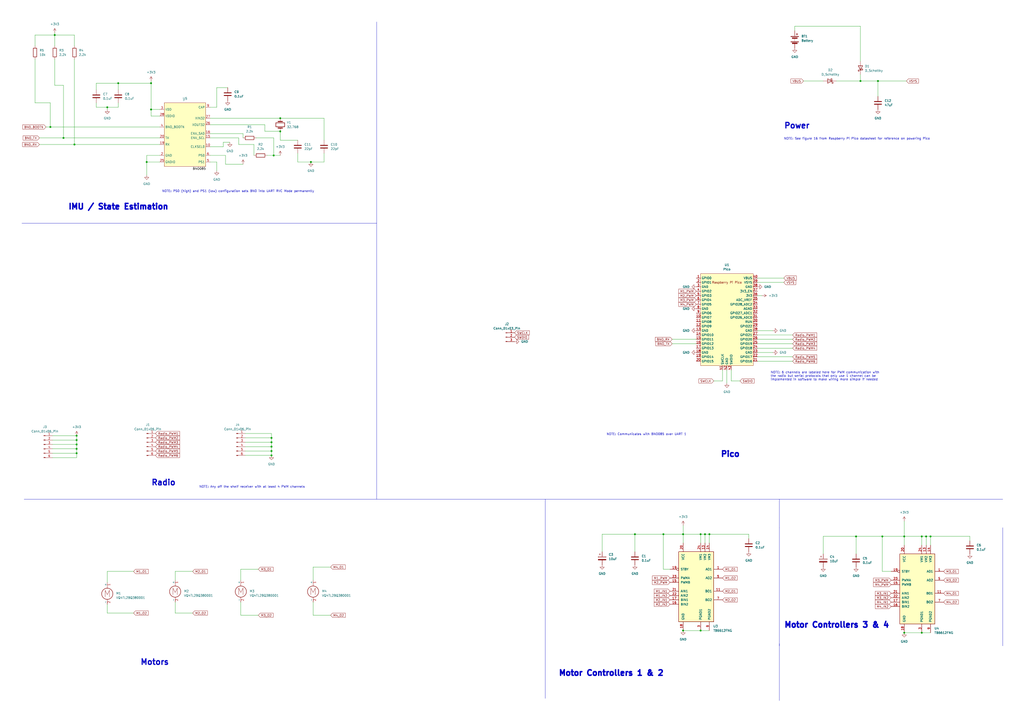
<source format=kicad_sch>
(kicad_sch (version 20231120) (generator "eeschema") (generator_version "8.0")
  (paper "User" 594.004 419.989)
  (lib_symbols
    (symbol "Bno085_1"
      (property "Reference" "U" (at 0 0 0))
      (symbol "Bno085_1_1_1"
        (rectangle (start -11.43 -1.27) (end 12.7 -38.1) (fill (type background)))
        (text "BNO085" (at 8.89 -39.37 0) (effects (font (size 1.27 1.27))))
        (pin output line (at 15.24 -26.67 180) (length 2.54) (name "CLKSEL0") (number "10"))
        (pin output line (at 15.24 -21.59 180) (length 2.54) (name "ENV_SCL") (number "15"))
        (pin output line (at 15.24 -19.05 180) (length 2.54) (name "ENV_SAD") (number "16"))
        (pin output line (at -13.97 -25.4 0) (length 2.54) (name "RX") (number "19"))
        (pin output line (at -13.97 -31.75 0) (length 2.54) (name "GND") (number "2"))
        (pin output line (at -13.97 -21.59 0) (length 2.54) (name "TX") (number "20"))
        (pin output line (at -13.97 -35.56 0) (length 2.54) (name "GNDIO") (number "25"))
        (pin output line (at 15.24 -13.97 180) (length 2.54) (name "XOUT32") (number "26"))
        (pin output line (at 15.24 -10.16 180) (length 2.54) (name "XIN32") (number "27"))
        (pin output line (at -13.97 -8.89 0) (length 2.54) (name "VDDIO") (number "28"))
        (pin output line (at -13.97 -5.08 0) (length 2.54) (name "VDD") (number "3"))
        (pin output line (at -13.97 -15.24 0) (length 2.54) (name "BNO_BOOTN") (number "4"))
        (pin output line (at 15.24 -35.56 180) (length 2.54) (name "PS1") (number "5"))
        (pin output line (at 15.24 -31.75 180) (length 2.54) (name "PS0") (number "6"))
        (pin output line (at 15.24 -3.81 180) (length 2.54) (name "CAP") (number "9"))
      )
    )
    (symbol "Connector:Conn_01x03_Pin" (pin_names (offset 1.016) hide)
      (property "Reference" "J" (at 0 5.08 0))
      (property "Value" "Conn_01x03_Pin" (at 0 -5.08 0))
      (symbol "Conn_01x03_Pin_1_1"
        (polyline (pts (xy 1.27 -2.54) (xy 0.8636 -2.54)) (stroke (width 0.1524)))
        (polyline (pts (xy 1.27 0) (xy 0.8636 0)) (stroke (width 0.1524)))
        (polyline (pts (xy 1.27 2.54) (xy 0.8636 2.54)) (stroke (width 0.1524)))
        (rectangle (start 0.8636 -2.413) (end 0 -2.667) (stroke (width 0.1524)) (fill (type outline)))
        (rectangle (start 0.8636 0.127) (end 0 -0.127) (stroke (width 0.1524)) (fill (type outline)))
        (rectangle (start 0.8636 2.667) (end 0 2.413) (stroke (width 0.1524)) (fill (type outline)))
        (pin passive line (at 5.08 2.54 180) (length 3.81) (name "Pin_1") (number "1"))
        (pin passive line (at 5.08 0 180) (length 3.81) (name "Pin_2") (number "2"))
        (pin passive line (at 5.08 -2.54 180) (length 3.81) (name "Pin_3") (number "3"))
      )
    )
    (symbol "Connector:Conn_01x06_Pin" (pin_names (offset 1.016) hide)
      (property "Reference" "J" (at 0 7.62 0))
      (property "Value" "Conn_01x06_Pin" (at 0 -10.16 0))
      (symbol "Conn_01x06_Pin_1_1"
        (polyline (pts (xy 1.27 -7.62) (xy 0.8636 -7.62)) (stroke (width 0.1524)))
        (polyline (pts (xy 1.27 -5.08) (xy 0.8636 -5.08)) (stroke (width 0.1524)))
        (polyline (pts (xy 1.27 -2.54) (xy 0.8636 -2.54)) (stroke (width 0.1524)))
        (polyline (pts (xy 1.27 0) (xy 0.8636 0)) (stroke (width 0.1524)))
        (polyline (pts (xy 1.27 2.54) (xy 0.8636 2.54)) (stroke (width 0.1524)))
        (polyline (pts (xy 1.27 5.08) (xy 0.8636 5.08)) (stroke (width 0.1524)))
        (rectangle (start 0.8636 -7.493) (end 0 -7.747) (stroke (width 0.1524)) (fill (type outline)))
        (rectangle (start 0.8636 -4.953) (end 0 -5.207) (stroke (width 0.1524)) (fill (type outline)))
        (rectangle (start 0.8636 -2.413) (end 0 -2.667) (stroke (width 0.1524)) (fill (type outline)))
        (rectangle (start 0.8636 0.127) (end 0 -0.127) (stroke (width 0.1524)) (fill (type outline)))
        (rectangle (start 0.8636 2.667) (end 0 2.413) (stroke (width 0.1524)) (fill (type outline)))
        (rectangle (start 0.8636 5.207) (end 0 4.953) (stroke (width 0.1524)) (fill (type outline)))
        (pin passive line (at 5.08 5.08 180) (length 3.81) (name "Pin_1") (number "1"))
        (pin passive line (at 5.08 2.54 180) (length 3.81) (name "Pin_2") (number "2"))
        (pin passive line (at 5.08 0 180) (length 3.81) (name "Pin_3") (number "3"))
        (pin passive line (at 5.08 -2.54 180) (length 3.81) (name "Pin_4") (number "4"))
        (pin passive line (at 5.08 -5.08 180) (length 3.81) (name "Pin_5") (number "5"))
        (pin passive line (at 5.08 -7.62 180) (length 3.81) (name "Pin_6") (number "6"))
      )
    )
    (symbol "Device:Battery" (pin_numbers hide) (pin_names (offset 0) hide)
      (property "Reference" "BT" (at 2.54 2.54 0))
      (property "Value" "Battery" (at 2.54 0 0))
      (symbol "Battery_0_1"
        (rectangle (start -2.286 -1.27) (end 2.286 -1.524) (fill (type outline)))
        (rectangle (start -2.286 1.778) (end 2.286 1.524) (fill (type outline)))
        (rectangle (start -1.524 -2.032) (end 1.524 -2.54) (fill (type outline)))
        (rectangle (start -1.524 1.016) (end 1.524 0.508) (fill (type outline)))
        (polyline (pts (xy 0 -1.016) (xy 0 -0.762)))
        (polyline (pts (xy 0 -0.508) (xy 0 -0.254)))
        (polyline (pts (xy 0 0) (xy 0 0.254)))
        (polyline (pts (xy 0 1.778) (xy 0 2.54)))
        (polyline (pts (xy 0.762 3.048) (xy 1.778 3.048)) (stroke (width 0.254)))
        (polyline (pts (xy 1.27 3.556) (xy 1.27 2.54)) (stroke (width 0.254)))
      )
      (symbol "Battery_1_1"
        (pin passive line (at 0 5.08 270) (length 2.54) (name "+") (number "1"))
        (pin passive line (at 0 -5.08 90) (length 2.54) (name "-") (number "2"))
      )
    )
    (symbol "Device:C" (pin_numbers hide) (pin_names (offset 0.254))
      (property "Reference" "C" (at 0.635 2.54 0))
      (property "Value" "C" (at 0.635 -2.54 0))
      (symbol "C_0_1"
        (polyline (pts (xy -2.032 -0.762) (xy 2.032 -0.762)) (stroke (width 0.508)))
        (polyline (pts (xy -2.032 0.762) (xy 2.032 0.762)) (stroke (width 0.508)))
      )
      (symbol "C_1_1"
        (pin passive line (at 0 3.81 270) (length 2.794) (name "~") (number "1"))
        (pin passive line (at 0 -3.81 90) (length 2.794) (name "~") (number "2"))
      )
    )
    (symbol "Device:C_Polarized" (pin_numbers hide) (pin_names (offset 0.254))
      (property "Reference" "C" (at 0.635 2.54 0))
      (property "Value" "C_Polarized" (at 0.635 -2.54 0))
      (symbol "C_Polarized_0_1"
        (rectangle (start -2.286 0.508) (end 2.286 1.016))
        (polyline (pts (xy -1.778 2.286) (xy -0.762 2.286)))
        (polyline (pts (xy -1.27 2.794) (xy -1.27 1.778)))
        (rectangle (start 2.286 -0.508) (end -2.286 -1.016) (fill (type outline)))
      )
      (symbol "C_Polarized_1_1"
        (pin passive line (at 0 3.81 270) (length 2.794) (name "~") (number "1"))
        (pin passive line (at 0 -3.81 90) (length 2.794) (name "~") (number "2"))
      )
    )
    (symbol "Device:Crystal" (pin_numbers hide) (pin_names (offset 1.016) hide)
      (property "Reference" "Y" (at 0 3.81 0))
      (property "Value" "Crystal" (at 0 -3.81 0))
      (symbol "Crystal_0_1"
        (rectangle (start -1.143 2.54) (end 1.143 -2.54) (stroke (width 0.3048)))
        (polyline (pts (xy -2.54 0) (xy -1.905 0)))
        (polyline (pts (xy -1.905 -1.27) (xy -1.905 1.27)) (stroke (width 0.508)))
        (polyline (pts (xy 1.905 -1.27) (xy 1.905 1.27)) (stroke (width 0.508)))
        (polyline (pts (xy 2.54 0) (xy 1.905 0)))
      )
      (symbol "Crystal_1_1"
        (pin passive line (at -3.81 0 0) (length 1.27) (name "1") (number "1"))
        (pin passive line (at 3.81 0 180) (length 1.27) (name "2") (number "2"))
      )
    )
    (symbol "Device:D_Schottky" (pin_numbers hide) (pin_names (offset 1.016) hide)
      (property "Reference" "D" (at 0 2.54 0))
      (property "Value" "D_Schottky" (at 0 -2.54 0))
      (symbol "D_Schottky_0_1"
        (polyline (pts (xy 1.27 0) (xy -1.27 0)))
        (polyline (pts (xy 1.27 1.27) (xy 1.27 -1.27) (xy -1.27 0) (xy 1.27 1.27)) (stroke (width 0.254)))
        (polyline (pts (xy -1.905 0.635) (xy -1.905 1.27) (xy -1.27 1.27) (xy -1.27 -1.27) (xy -0.635 -1.27) (xy -0.635 -0.635)) (stroke (width 0.254)))
      )
      (symbol "D_Schottky_1_1"
        (pin passive line (at -3.81 0 0) (length 2.54) (name "K") (number "1"))
        (pin passive line (at 3.81 0 180) (length 2.54) (name "A") (number "2"))
      )
    )
    (symbol "Device:R" (pin_numbers hide) (pin_names (offset 0))
      (property "Reference" "R" (at 2.032 0 90))
      (property "Value" "R" (at 0 0 90))
      (symbol "R_0_1"
        (rectangle (start -1.016 -2.54) (end 1.016 2.54) (stroke (width 0.254)))
      )
      (symbol "R_1_1"
        (pin passive line (at 0 3.81 270) (length 1.27) (name "~") (number "1"))
        (pin passive line (at 0 -3.81 90) (length 1.27) (name "~") (number "2"))
      )
    )
    (symbol "Driver_Motor:TB6612FNG" (pin_names (offset 1.016))
      (property "Reference" "U" (at 11.43 17.78 0))
      (property "Value" "TB6612FNG" (at 11.43 15.24 0))
      (symbol "TB6612FNG_0_1"
        (rectangle (start -10.16 20.32) (end 10.16 -20.32) (stroke (width 0.254)) (fill (type background)))
      )
      (symbol "TB6612FNG_1_1"
        (pin output line (at 15.24 10.16 180) (length 5.08) (name "AO1") (number "1"))
        (pin passive line (at 7.62 -25.4 90) (length 5.08) hide (name "PGND2") (number "10"))
        (pin output line (at 15.24 -2.54 180) (length 5.08) (name "BO1") (number "11"))
        (pin passive line (at 15.24 -2.54 180) (length 5.08) hide (name "BO1") (number "12"))
        (pin power_in line (at 5.08 25.4 270) (length 5.08) (name "VM2") (number "13"))
        (pin power_in line (at 7.62 25.4 270) (length 5.08) (name "VM3") (number "14"))
        (pin input line (at -15.24 2.54 0) (length 5.08) (name "PWMB") (number "15"))
        (pin input line (at -15.24 -10.16 0) (length 5.08) (name "BIN2") (number "16"))
        (pin input line (at -15.24 -7.62 0) (length 5.08) (name "BIN1") (number "17"))
        (pin power_in line (at -7.62 -25.4 90) (length 5.08) (name "GND") (number "18"))
        (pin input inverted (at -15.24 10.16 0) (length 5.08) (name "STBY") (number "19"))
        (pin passive line (at 15.24 10.16 180) (length 5.08) hide (name "AO1") (number "2"))
        (pin power_in line (at -7.62 25.4 270) (length 5.08) (name "VCC") (number "20"))
        (pin input line (at -15.24 -2.54 0) (length 5.08) (name "AIN1") (number "21"))
        (pin input line (at -15.24 -5.08 0) (length 5.08) (name "AIN2") (number "22"))
        (pin input line (at -15.24 5.08 0) (length 5.08) (name "PWMA") (number "23"))
        (pin power_in line (at 2.54 25.4 270) (length 5.08) (name "VM1") (number "24"))
        (pin power_in line (at 2.54 -25.4 90) (length 5.08) (name "PGND1") (number "3"))
        (pin passive line (at 2.54 -25.4 90) (length 5.08) hide (name "PGND1") (number "4"))
        (pin output line (at 15.24 5.08 180) (length 5.08) (name "AO2") (number "5"))
        (pin passive line (at 15.24 5.08 180) (length 5.08) hide (name "AO2") (number "6"))
        (pin output line (at 15.24 -7.62 180) (length 5.08) (name "BO2") (number "7"))
        (pin passive line (at 15.24 -7.62 180) (length 5.08) hide (name "BO2") (number "8"))
        (pin power_in line (at 7.62 -25.4 90) (length 5.08) (name "PGND2") (number "9"))
      )
    )
    (symbol "MCU_RaspberryPi_and_Boards:Pico"
      (property "Reference" "U" (at -13.97 27.94 0))
      (property "Value" "Pico" (at 0 19.05 0))
      (symbol "Pico_0_0"
        (text "Raspberry Pi Pico" (at 0 21.59 0) (effects (font (size 1.27 1.27))))
      )
      (symbol "Pico_0_1"
        (rectangle (start -15.24 26.67) (end 15.24 -26.67) (fill (type background)))
      )
      (symbol "Pico_1_1"
        (pin bidirectional line (at -17.78 24.13 0) (length 2.54) (name "GPIO0") (number "1"))
        (pin bidirectional line (at -17.78 1.27 0) (length 2.54) (name "GPIO7") (number "10"))
        (pin bidirectional line (at -17.78 -1.27 0) (length 2.54) (name "GPIO8") (number "11"))
        (pin bidirectional line (at -17.78 -3.81 0) (length 2.54) (name "GPIO9") (number "12"))
        (pin power_in line (at -17.78 -6.35 0) (length 2.54) (name "GND") (number "13"))
        (pin bidirectional line (at -17.78 -8.89 0) (length 2.54) (name "GPIO10") (number "14"))
        (pin bidirectional line (at -17.78 -11.43 0) (length 2.54) (name "GPIO11") (number "15"))
        (pin bidirectional line (at -17.78 -13.97 0) (length 2.54) (name "GPIO12") (number "16"))
        (pin bidirectional line (at -17.78 -16.51 0) (length 2.54) (name "GPIO13") (number "17"))
        (pin power_in line (at -17.78 -19.05 0) (length 2.54) (name "GND") (number "18"))
        (pin bidirectional line (at -17.78 -21.59 0) (length 2.54) (name "GPIO14") (number "19"))
        (pin bidirectional line (at -17.78 21.59 0) (length 2.54) (name "GPIO1") (number "2"))
        (pin bidirectional line (at -17.78 -24.13 0) (length 2.54) (name "GPIO15") (number "20"))
        (pin bidirectional line (at 17.78 -24.13 180) (length 2.54) (name "GPIO16") (number "21"))
        (pin bidirectional line (at 17.78 -21.59 180) (length 2.54) (name "GPIO17") (number "22"))
        (pin power_in line (at 17.78 -19.05 180) (length 2.54) (name "GND") (number "23"))
        (pin bidirectional line (at 17.78 -16.51 180) (length 2.54) (name "GPIO18") (number "24"))
        (pin bidirectional line (at 17.78 -13.97 180) (length 2.54) (name "GPIO19") (number "25"))
        (pin bidirectional line (at 17.78 -11.43 180) (length 2.54) (name "GPIO20") (number "26"))
        (pin bidirectional line (at 17.78 -8.89 180) (length 2.54) (name "GPIO21") (number "27"))
        (pin power_in line (at 17.78 -6.35 180) (length 2.54) (name "GND") (number "28"))
        (pin bidirectional line (at 17.78 -3.81 180) (length 2.54) (name "GPIO22") (number "29"))
        (pin power_in line (at -17.78 19.05 0) (length 2.54) (name "GND") (number "3"))
        (pin input line (at 17.78 -1.27 180) (length 2.54) (name "RUN") (number "30"))
        (pin bidirectional line (at 17.78 1.27 180) (length 2.54) (name "GPIO26_ADC0") (number "31"))
        (pin bidirectional line (at 17.78 3.81 180) (length 2.54) (name "GPIO27_ADC1") (number "32"))
        (pin power_in line (at 17.78 6.35 180) (length 2.54) (name "AGND") (number "33"))
        (pin bidirectional line (at 17.78 8.89 180) (length 2.54) (name "GPIO28_ADC2") (number "34"))
        (pin power_in line (at 17.78 11.43 180) (length 2.54) (name "ADC_VREF") (number "35"))
        (pin power_in line (at 17.78 13.97 180) (length 2.54) (name "3V3") (number "36"))
        (pin input line (at 17.78 16.51 180) (length 2.54) (name "3V3_EN") (number "37"))
        (pin bidirectional line (at 17.78 19.05 180) (length 2.54) (name "GND") (number "38"))
        (pin power_in line (at 17.78 21.59 180) (length 2.54) (name "VSYS") (number "39"))
        (pin bidirectional line (at -17.78 16.51 0) (length 2.54) (name "GPIO2") (number "4"))
        (pin power_in line (at 17.78 24.13 180) (length 2.54) (name "VBUS") (number "40"))
        (pin input line (at -2.54 -29.21 90) (length 2.54) (name "SWCLK") (number "41"))
        (pin power_in line (at 0 -29.21 90) (length 2.54) (name "GND") (number "42"))
        (pin bidirectional line (at 2.54 -29.21 90) (length 2.54) (name "SWDIO") (number "43"))
        (pin bidirectional line (at -17.78 13.97 0) (length 2.54) (name "GPIO3") (number "5"))
        (pin bidirectional line (at -17.78 11.43 0) (length 2.54) (name "GPIO4") (number "6"))
        (pin bidirectional line (at -17.78 8.89 0) (length 2.54) (name "GPIO5") (number "7"))
        (pin power_in line (at -17.78 6.35 0) (length 2.54) (name "GND") (number "8"))
        (pin bidirectional line (at -17.78 3.81 0) (length 2.54) (name "GPIO6") (number "9"))
      )
    )
    (symbol "Motor:Motor_DC" (pin_names (offset 0))
      (property "Reference" "M" (at 2.54 2.54 0))
      (property "Value" "Motor_DC" (at 2.54 -5.08 0))
      (symbol "Motor_DC_0_0"
        (polyline (pts (xy -1.27 -3.302) (xy -1.27 0.508) (xy 0 -2.032) (xy 1.27 0.508) (xy 1.27 -3.302)))
      )
      (symbol "Motor_DC_0_1"
        (circle (center 0 -1.524) (radius 3.2512) (stroke (width 0.254)))
        (polyline (pts (xy 0 -7.62) (xy 0 -7.112)))
        (polyline (pts (xy 0 -4.7752) (xy 0 -5.1816)))
        (polyline (pts (xy 0 1.7272) (xy 0 2.0828)))
        (polyline (pts (xy 0 2.032) (xy 0 2.54)))
      )
      (symbol "Motor_DC_1_1"
        (pin passive line (at 0 5.08 270) (length 2.54) (name "+") (number "1"))
        (pin passive line (at 0 -7.62 90) (length 2.54) (name "-") (number "2"))
      )
    )
    (symbol "power:+3V3" (power) (pin_names (offset 0))
      (property "Value" "+3V3" (at 0 3.556 0))
      (symbol "+3V3_0_1"
        (polyline (pts (xy -0.762 1.27) (xy 0 2.54)))
        (polyline (pts (xy 0 0) (xy 0 2.54)))
        (polyline (pts (xy 0 2.54) (xy 0.762 1.27)))
      )
      (symbol "+3V3_1_1"
        (pin power_in line (at 0 0 90) (length 0) hide (name "+3V3") (number "1"))
      )
    )
    (symbol "power:GND" (power) (pin_names (offset 0))
      (property "Value" "GND" (at 0 -3.81 0))
      (symbol "GND_0_1"
        (polyline (pts (xy 0 0) (xy 0 -1.27) (xy 1.27 -1.27) (xy 0 -2.54) (xy -1.27 -1.27) (xy 0 -1.27)))
      )
      (symbol "GND_1_1"
        (pin power_in line (at 0 0 270) (length 0) hide (name "GND") (number "1"))
      )
    )
  )
  (junction (at 87.63 63.5))
  (junction (at 537.21 311.15))
  (junction (at 157.48 254))
  (junction (at 396.24 365.76))
  (junction (at 499.11 46.99))
  (junction (at 157.48 256.54))
  (junction (at 87.63 48.26))
  (junction (at 44.45 257.81))
  (junction (at 43.18 83.82))
  (junction (at 157.48 259.08))
  (junction (at 511.81 311.15))
  (junction (at 29.21 73.66))
  (junction (at 44.45 255.27))
  (junction (at 524.51 367.03))
  (junction (at 162.56 68.58))
  (junction (at 406.4 365.76))
  (junction (at 368.3 309.88))
  (junction (at 396.24 309.88))
  (junction (at 496.57 311.15))
  (junction (at 534.67 311.15))
  (junction (at 384.81 309.88))
  (junction (at 534.67 367.03))
  (junction (at 180.34 93.98))
  (junction (at 157.48 261.62))
  (junction (at 411.48 309.88))
  (junction (at 44.45 260.35))
  (junction (at 62.23 62.23))
  (junction (at 36.83 80.01))
  (junction (at 539.75 311.15))
  (junction (at 68.58 48.26))
  (junction (at 44.45 252.73))
  (junction (at 158.75 90.17))
  (junction (at 31.75 20.32))
  (junction (at 85.09 93.98))
  (junction (at 406.4 309.88))
  (junction (at 509.27 46.99))
  (junction (at 162.56 76.2))
  (junction (at 44.45 262.89))
  (junction (at 157.48 264.16))
  (junction (at 524.51 311.15))
  (junction (at 408.94 309.88))
  (wire (pts (xy 396.24 309.88) (xy 406.4 309.88)))
  (wire (pts (xy 524.51 311.15) (xy 524.51 316.23)))
  (wire (pts (xy 62.23 331.47) (xy 62.23 337.82)))
  (wire (pts (xy 22.86 80.01) (xy 36.83 80.01)))
  (wire (pts (xy 30.48 262.89) (xy 44.45 262.89)))
  (wire (pts (xy 388.62 330.2) (xy 384.81 330.2)))
  (wire (pts (xy 408.94 309.88) (xy 411.48 309.88)))
  (wire (pts (xy 511.81 311.15) (xy 524.51 311.15)))
  (wire (pts (xy 181.61 356.87) (xy 181.61 349.25)))
  (wire (pts (xy 147.32 83.82) (xy 147.32 90.17)))
  (wire (pts (xy 154.94 90.17) (xy 158.75 90.17)))
  (wire (pts (xy 157.48 256.54) (xy 157.48 259.08)))
  (wire (pts (xy 44.45 262.89) (xy 44.45 265.43)))
  (wire (pts (xy 439.42 196.85) (xy 459.74 196.85)))
  (wire (pts (xy 121.92 72.39) (xy 153.67 72.39)))
  (wire (pts (xy 153.67 72.39) (xy 153.67 76.2)))
  (wire (pts (xy 157.48 259.08) (xy 157.48 261.62)))
  (wire (pts (xy 384.81 309.88) (xy 384.81 330.2)))
  (wire (pts (xy 187.96 88.9) (xy 187.96 93.98)))
  (wire (pts (xy 524.51 367.03) (xy 534.67 367.03)))
  (wire (pts (xy 20.32 26.67) (xy 20.32 20.32)))
  (wire (pts (xy 44.45 260.35) (xy 44.45 262.89)))
  (wire (pts (xy 142.24 259.08) (xy 157.48 259.08)))
  (wire (pts (xy 77.47 331.47) (xy 62.23 331.47)))
  (wire (pts (xy 534.67 311.15) (xy 537.21 311.15)))
  (wire (pts (xy 20.32 20.32) (xy 31.75 20.32)))
  (wire (pts (xy 191.77 356.87) (xy 181.61 356.87)))
  (wire (pts (xy 129.54 82.55) (xy 133.35 82.55)))
  (wire (pts (xy 121.92 62.23) (xy 125.73 62.23)))
  (wire (pts (xy 406.4 309.88) (xy 408.94 309.88)))
  (polyline (pts (xy 13.97 289.56) (xy 316.23 289.56)))
  (wire (pts (xy 424.18 220.98) (xy 424.18 214.63)))
  (wire (pts (xy 101.6 355.6) (xy 101.6 349.25)))
  (wire (pts (xy 157.48 251.46) (xy 157.48 254)))
  (wire (pts (xy 43.18 26.67) (xy 43.18 20.32)))
  (wire (pts (xy 55.88 48.26) (xy 68.58 48.26)))
  (wire (pts (xy 172.72 88.9) (xy 172.72 93.98)))
  (wire (pts (xy 499.11 43.18) (xy 499.11 46.99)))
  (wire (pts (xy 142.24 254) (xy 157.48 254)))
  (wire (pts (xy 485.14 46.99) (xy 499.11 46.99)))
  (wire (pts (xy 87.63 46.99) (xy 87.63 48.26)))
  (polyline (pts (xy 452.12 306.07) (xy 452.12 374.65)))
  (wire (pts (xy 537.21 316.23) (xy 537.21 311.15)))
  (polyline (pts (xy 581.66 306.07) (xy 581.66 374.65)))
  (wire (pts (xy 36.83 49.53) (xy 31.75 49.53)))
  (wire (pts (xy 111.76 331.47) (xy 101.6 331.47)))
  (wire (pts (xy 142.24 251.46) (xy 157.48 251.46)))
  (wire (pts (xy 349.25 309.88) (xy 368.3 309.88)))
  (wire (pts (xy 121.92 80.01) (xy 138.43 80.01)))
  (wire (pts (xy 439.42 199.39) (xy 459.74 199.39)))
  (wire (pts (xy 368.3 320.04) (xy 368.3 309.88)))
  (wire (pts (xy 139.7 356.87) (xy 139.7 349.25)))
  (wire (pts (xy 43.18 34.29) (xy 43.18 83.82)))
  (wire (pts (xy 411.48 314.96) (xy 411.48 309.88)))
  (wire (pts (xy 406.4 314.96) (xy 406.4 309.88)))
  (wire (pts (xy 411.48 309.88) (xy 434.34 309.88)))
  (wire (pts (xy 511.81 311.15) (xy 511.81 331.47)))
  (wire (pts (xy 454.66 161.29) (xy 439.42 161.29)))
  (wire (pts (xy 441.96 171.45) (xy 439.42 171.45)))
  (wire (pts (xy 349.25 320.04) (xy 349.25 309.88)))
  (wire (pts (xy 162.56 68.58) (xy 187.96 68.58)))
  (wire (pts (xy 434.34 312.42) (xy 434.34 309.88)))
  (polyline (pts (xy 452.12 289.56) (xy 316.23 289.56)))
  (polyline (pts (xy 452.12 306.07) (xy 452.12 289.56)))
  (wire (pts (xy 125.73 50.8) (xy 132.08 50.8)))
  (wire (pts (xy 158.75 90.17) (xy 162.56 90.17)))
  (wire (pts (xy 125.73 93.98) (xy 125.73 99.06)))
  (wire (pts (xy 461.01 17.78) (xy 461.01 15.24)))
  (wire (pts (xy 31.75 20.32) (xy 43.18 20.32)))
  (wire (pts (xy 191.77 328.93) (xy 181.61 328.93)))
  (polyline (pts (xy 218.44 12.7) (xy 218.44 129.54)))
  (wire (pts (xy 180.34 93.98) (xy 187.96 93.98)))
  (polyline (pts (xy 218.44 129.54) (xy 218.44 289.56)))
  (wire (pts (xy 439.42 207.01) (xy 459.74 207.01)))
  (wire (pts (xy 396.24 309.88) (xy 396.24 314.96)))
  (wire (pts (xy 142.24 256.54) (xy 157.48 256.54)))
  (wire (pts (xy 499.11 15.24) (xy 499.11 35.56)))
  (wire (pts (xy 68.58 59.69) (xy 68.58 62.23)))
  (wire (pts (xy 20.32 59.69) (xy 20.32 34.29)))
  (wire (pts (xy 130.81 95.25) (xy 130.81 90.17)))
  (polyline (pts (xy 316.23 289.56) (xy 316.23 405.13)))
  (wire (pts (xy 516.89 331.47) (xy 511.81 331.47)))
  (wire (pts (xy 396.24 365.76) (xy 406.4 365.76)))
  (wire (pts (xy 142.24 261.62) (xy 157.48 261.62)))
  (wire (pts (xy 29.21 73.66) (xy 92.71 73.66)))
  (wire (pts (xy 44.45 252.73) (xy 44.45 255.27)))
  (wire (pts (xy 92.71 67.31) (xy 87.63 67.31)))
  (wire (pts (xy 44.45 255.27) (xy 44.45 257.81)))
  (wire (pts (xy 477.52 311.15) (xy 496.57 311.15)))
  (wire (pts (xy 30.48 265.43) (xy 44.45 265.43)))
  (wire (pts (xy 181.61 328.93) (xy 181.61 336.55)))
  (polyline (pts (xy 452.12 373.38) (xy 452.12 406.4)))
  (wire (pts (xy 55.88 62.23) (xy 62.23 62.23)))
  (wire (pts (xy 139.7 330.2) (xy 139.7 336.55)))
  (wire (pts (xy 524.51 311.15) (xy 534.67 311.15)))
  (wire (pts (xy 158.75 80.01) (xy 158.75 90.17)))
  (wire (pts (xy 68.58 48.26) (xy 68.58 52.07)))
  (wire (pts (xy 36.83 80.01) (xy 92.71 80.01)))
  (wire (pts (xy 389.89 196.85) (xy 403.86 196.85)))
  (wire (pts (xy 30.48 260.35) (xy 44.45 260.35)))
  (wire (pts (xy 130.81 95.25) (xy 140.97 95.25)))
  (wire (pts (xy 389.89 199.39) (xy 403.86 199.39)))
  (wire (pts (xy 477.52 321.31) (xy 477.52 311.15)))
  (wire (pts (xy 142.24 264.16) (xy 157.48 264.16)))
  (wire (pts (xy 140.97 77.47) (xy 140.97 80.01)))
  (wire (pts (xy 149.86 330.2) (xy 139.7 330.2)))
  (wire (pts (xy 439.42 201.93) (xy 459.74 201.93)))
  (wire (pts (xy 406.4 365.76) (xy 411.48 365.76)))
  (wire (pts (xy 368.3 309.88) (xy 384.81 309.88)))
  (wire (pts (xy 87.63 63.5) (xy 92.71 63.5)))
  (wire (pts (xy 31.75 26.67) (xy 31.75 20.32)))
  (wire (pts (xy 562.61 313.69) (xy 562.61 311.15)))
  (wire (pts (xy 30.48 255.27) (xy 44.45 255.27)))
  (wire (pts (xy 454.66 163.83) (xy 439.42 163.83)))
  (wire (pts (xy 30.48 257.81) (xy 44.45 257.81)))
  (wire (pts (xy 539.75 311.15) (xy 562.61 311.15)))
  (wire (pts (xy 539.75 316.23) (xy 539.75 311.15)))
  (wire (pts (xy 31.75 34.29) (xy 31.75 49.53)))
  (wire (pts (xy 85.09 93.98) (xy 92.71 93.98)))
  (wire (pts (xy 36.83 80.01) (xy 36.83 49.53)))
  (wire (pts (xy 29.21 59.69) (xy 20.32 59.69)))
  (wire (pts (xy 121.92 77.47) (xy 140.97 77.47)))
  (wire (pts (xy 466.09 46.99) (xy 477.52 46.99)))
  (wire (pts (xy 509.27 46.99) (xy 525.78 46.99)))
  (wire (pts (xy 62.23 62.23) (xy 62.23 63.5)))
  (wire (pts (xy 87.63 48.26) (xy 87.63 63.5)))
  (wire (pts (xy 421.64 214.63) (xy 421.64 222.25)))
  (wire (pts (xy 414.02 220.98) (xy 419.1 220.98)))
  (wire (pts (xy 157.48 254) (xy 157.48 256.54)))
  (wire (pts (xy 87.63 63.5) (xy 87.63 67.31)))
  (wire (pts (xy 130.81 90.17) (xy 121.92 90.17)))
  (wire (pts (xy 172.72 93.98) (xy 180.34 93.98)))
  (wire (pts (xy 44.45 257.81) (xy 44.45 260.35)))
  (wire (pts (xy 22.86 83.82) (xy 43.18 83.82)))
  (wire (pts (xy 55.88 52.07) (xy 55.88 48.26)))
  (wire (pts (xy 534.67 316.23) (xy 534.67 311.15)))
  (wire (pts (xy 31.75 19.05) (xy 31.75 20.32)))
  (wire (pts (xy 429.26 220.98) (xy 424.18 220.98)))
  (wire (pts (xy 439.42 204.47) (xy 448.31 204.47)))
  (wire (pts (xy 148.59 80.01) (xy 158.75 80.01)))
  (wire (pts (xy 461.01 15.24) (xy 499.11 15.24)))
  (wire (pts (xy 509.27 46.99) (xy 509.27 55.88)))
  (wire (pts (xy 162.56 81.28) (xy 172.72 81.28)))
  (wire (pts (xy 439.42 209.55) (xy 459.74 209.55)))
  (wire (pts (xy 92.71 90.17) (xy 85.09 90.17)))
  (wire (pts (xy 29.21 73.66) (xy 29.21 59.69)))
  (wire (pts (xy 439.42 191.77) (xy 448.31 191.77)))
  (wire (pts (xy 439.42 194.31) (xy 459.74 194.31)))
  (wire (pts (xy 149.86 356.87) (xy 139.7 356.87)))
  (wire (pts (xy 68.58 48.26) (xy 87.63 48.26)))
  (wire (pts (xy 162.56 76.2) (xy 162.56 81.28)))
  (wire (pts (xy 26.67 73.66) (xy 29.21 73.66)))
  (wire (pts (xy 384.81 309.88) (xy 396.24 309.88)))
  (wire (pts (xy 77.47 355.6) (xy 62.23 355.6)))
  (wire (pts (xy 396.24 304.8) (xy 396.24 309.88)))
  (wire (pts (xy 419.1 220.98) (xy 419.1 214.63)))
  (wire (pts (xy 524.51 302.26) (xy 524.51 311.15)))
  (wire (pts (xy 408.94 314.96) (xy 408.94 309.88)))
  (wire (pts (xy 111.76 355.6) (xy 101.6 355.6)))
  (wire (pts (xy 85.09 93.98) (xy 85.09 101.6)))
  (wire (pts (xy 187.96 68.58) (xy 187.96 81.28)))
  (wire (pts (xy 537.21 311.15) (xy 539.75 311.15)))
  (wire (pts (xy 157.48 261.62) (xy 157.48 264.16)))
  (wire (pts (xy 138.43 83.82) (xy 147.32 83.82)))
  (wire (pts (xy 499.11 46.99) (xy 509.27 46.99)))
  (wire (pts (xy 121.92 68.58) (xy 162.56 68.58)))
  (wire (pts (xy 129.54 85.09) (xy 121.92 85.09)))
  (wire (pts (xy 496.57 321.31) (xy 496.57 311.15)))
  (wire (pts (xy 153.67 76.2) (xy 162.56 76.2)))
  (polyline (pts (xy 452.12 289.56) (xy 581.66 289.56)))
  (polyline (pts (xy 12.7 129.54) (xy 218.44 129.54)))
  (wire (pts (xy 121.92 93.98) (xy 125.73 93.98)))
  (wire (pts (xy 496.57 311.15) (xy 511.81 311.15)))
  (wire (pts (xy 125.73 62.23) (xy 125.73 50.8)))
  (wire (pts (xy 55.88 59.69) (xy 55.88 62.23)))
  (wire (pts (xy 534.67 367.03) (xy 539.75 367.03)))
  (wire (pts (xy 101.6 331.47) (xy 101.6 336.55)))
  (wire (pts (xy 62.23 355.6) (xy 62.23 350.52)))
  (wire (pts (xy 30.48 252.73) (xy 44.45 252.73)))
  (wire (pts (xy 68.58 62.23) (xy 62.23 62.23)))
  (wire (pts (xy 85.09 90.17) (xy 85.09 93.98)))
  (wire (pts (xy 43.18 83.82) (xy 92.71 83.82)))
  (wire (pts (xy 138.43 80.01) (xy 138.43 83.82)))
  (wire (pts (xy 129.54 82.55) (xy 129.54 85.09)))
  (text "NOTE: See figure 16 from Raspberry Pi Pico datasheet for reference on powering Pico\n" (at 454.66 81.28 0) (effects (font (size 1.27 1.27)) (justify left bottom)))
  (text "Radio" (at 87.63 281.94 0) (effects (font (size 3.25 3.25) (thickness 0.65) (bold yes)) (justify left bottom)))
  (text "NOTE: 6 channels are labeled here for PWM communication with \nthe radio but serial protocols that only use 1 channel can be \nimplemented in software to make wiring more simple if needed" (at 447.04 220.98 0) (effects (font (size 1.27 1.27)) (justify left bottom)))
  (text "Motor Controllers 1 & 2" (at 323.85 392.43 0) (effects (font (size 3.25 3.25) (thickness 1.048) (bold yes)) (justify left bottom)))
  (text "Motor Controllers 3 & 4" (at 454.66 364.49 0) (effects (font (size 3.25 3.25) (thickness 1.048) (bold yes)) (justify left bottom)))
  (text "NOTE: Communicates with BNO085 over UART 1" (at 351.79 252.73 0) (effects (font (size 1.27 1.27)) (justify left bottom)))
  (text "NOTE: Any off the shelf receiver with at least 4 PWM channels" (at 115.57 283.21 0) (effects (font (size 1.27 1.27)) (justify left bottom)))
  (text "Pico" (at 417.83 265.43 0) (effects (font (size 3.25 3.25) (thickness 1.048) (bold yes)) (justify left bottom)))
  (text "Motors" (at 81.28 386.08 0) (effects (font (size 3.25 3.25) (thickness 0.65) (bold yes)) (justify left bottom)))
  (text "Power" (at 454.66 74.93 0) (effects (font (size 3.25 3.25) (thickness 0.65) (bold yes)) (justify left bottom)))
  (text "IMU / State Estimation" (at 39.37 121.92 0) (effects (font (size 3.25 3.25) (thickness 1.048) (bold yes)) (justify left bottom)))
  (text "NOTE: PS0 (high) and PS1 (low) configuration sets BNO into UART RVC Mode permanently" (at 93.98 111.76 0) (effects (font (size 1.27 1.27)) (justify left bottom)))
  (global_label "SWDIO" (shape input) (at 298.45 195.58 0) (property "Intersheetrefs" "${INTERSHEET_REFS}" (effects (hide yes))))
  (global_label "M1_O1" (shape input) (at 77.47 331.47 0) (property "Intersheetrefs" "${INTERSHEET_REFS}" (effects (hide yes))))
  (global_label "M1_O2" (shape input) (at 419.1 335.28 0) (property "Intersheetrefs" "${INTERSHEET_REFS}" (effects (hide yes))))
  (global_label "BNO_TX" (shape input) (at 389.89 199.39 180) (property "Intersheetrefs" "${INTERSHEET_REFS}" (effects (hide yes))))
  (global_label "M2_PWM" (shape input) (at 388.62 337.82 180) (property "Intersheetrefs" "${INTERSHEET_REFS}" (effects (hide yes))))
  (global_label "M3_PWM" (shape input) (at 403.86 173.99 180) (property "Intersheetrefs" "${INTERSHEET_REFS}" (effects (hide yes))))
  (global_label "M2_O2" (shape input) (at 419.1 347.98 0) (property "Intersheetrefs" "${INTERSHEET_REFS}" (effects (hide yes))))
  (global_label "VBUS" (shape input) (at 454.66 161.29 0) (property "Intersheetrefs" "${INTERSHEET_REFS}" (effects (hide yes))))
  (global_label "M4_IN2" (shape input) (at 516.89 351.79 180) (property "Intersheetrefs" "${INTERSHEET_REFS}" (effects (hide yes))))
  (global_label "M2_IN2" (shape input) (at 388.62 350.52 180) (property "Intersheetrefs" "${INTERSHEET_REFS}" (effects (hide yes))))
  (global_label "M2_IN1" (shape input) (at 388.62 347.98 180) (property "Intersheetrefs" "${INTERSHEET_REFS}" (effects (hide yes))))
  (global_label "Radio_PWM1" (shape input) (at 90.17 251.46 0) (property "Intersheetrefs" "${INTERSHEET_REFS}" (effects (hide yes))))
  (global_label "M1_IN1" (shape input) (at 388.62 342.9 180) (property "Intersheetrefs" "${INTERSHEET_REFS}" (effects (hide yes))))
  (global_label "Radio_PWM2" (shape input) (at 459.74 196.85 0) (property "Intersheetrefs" "${INTERSHEET_REFS}" (effects (hide yes))))
  (global_label "BNO_RX" (shape input) (at 389.89 196.85 180) (property "Intersheetrefs" "${INTERSHEET_REFS}" (effects (hide yes))))
  (global_label "M3_IN2" (shape input) (at 516.89 346.71 180) (property "Intersheetrefs" "${INTERSHEET_REFS}" (effects (hide yes))))
  (global_label "M3_IN1" (shape input) (at 516.89 344.17 180) (property "Intersheetrefs" "${INTERSHEET_REFS}" (effects (hide yes))))
  (global_label "M4_PWM" (shape input) (at 516.89 339.09 180) (property "Intersheetrefs" "${INTERSHEET_REFS}" (effects (hide yes))))
  (global_label "M3_PWM" (shape input) (at 516.89 336.55 180) (property "Intersheetrefs" "${INTERSHEET_REFS}" (effects (hide yes))))
  (global_label "M2_O1" (shape input) (at 419.1 342.9 0) (property "Intersheetrefs" "${INTERSHEET_REFS}" (effects (hide yes))))
  (global_label "M4_PWM" (shape input) (at 403.86 176.53 180) (property "Intersheetrefs" "${INTERSHEET_REFS}" (effects (hide yes))))
  (global_label "VSYS" (shape input) (at 525.78 46.99 0) (property "Intersheetrefs" "${INTERSHEET_REFS}" (effects (hide yes))))
  (global_label "M4_O1" (shape input) (at 191.77 328.93 0) (property "Intersheetrefs" "${INTERSHEET_REFS}" (effects (hide yes))))
  (global_label "M1_PWM" (shape input) (at 403.86 168.91 180) (property "Intersheetrefs" "${INTERSHEET_REFS}" (effects (hide yes))))
  (global_label "M1_O2" (shape input) (at 77.47 355.6 0) (property "Intersheetrefs" "${INTERSHEET_REFS}" (effects (hide yes))))
  (global_label "Radio_PWM5" (shape input) (at 90.17 261.62 0) (property "Intersheetrefs" "${INTERSHEET_REFS}" (effects (hide yes))))
  (global_label "M2_PWM" (shape input) (at 403.86 171.45 180) (property "Intersheetrefs" "${INTERSHEET_REFS}" (effects (hide yes))))
  (global_label "BNO_BOOTN" (shape input) (at 26.67 73.66 180) (property "Intersheetrefs" "${INTERSHEET_REFS}" (effects (hide yes))))
  (global_label "M3_O2" (shape input) (at 149.86 356.87 0) (property "Intersheetrefs" "${INTERSHEET_REFS}" (effects (hide yes))))
  (global_label "M2_O2" (shape input) (at 111.76 355.6 0) (property "Intersheetrefs" "${INTERSHEET_REFS}" (effects (hide yes))))
  (global_label "M3_O1" (shape input) (at 547.37 331.47 0) (property "Intersheetrefs" "${INTERSHEET_REFS}" (effects (hide yes))))
  (global_label "SWCLK" (shape input) (at 298.45 193.04 0) (property "Intersheetrefs" "${INTERSHEET_REFS}" (effects (hide yes))))
  (global_label "BNO_TX" (shape input) (at 22.86 80.01 180) (property "Intersheetrefs" "${INTERSHEET_REFS}" (effects (hide yes))))
  (global_label "M4_O2" (shape input) (at 191.77 356.87 0) (property "Intersheetrefs" "${INTERSHEET_REFS}" (effects (hide yes))))
  (global_label "M4_O2" (shape input) (at 547.37 349.25 0) (property "Intersheetrefs" "${INTERSHEET_REFS}" (effects (hide yes))))
  (global_label "M3_O1" (shape input) (at 149.86 330.2 0) (property "Intersheetrefs" "${INTERSHEET_REFS}" (effects (hide yes))))
  (global_label "VSYS" (shape input) (at 454.66 163.83 0) (property "Intersheetrefs" "${INTERSHEET_REFS}" (effects (hide yes))))
  (global_label "Radio_PWM3" (shape input) (at 90.17 256.54 0) (property "Intersheetrefs" "${INTERSHEET_REFS}" (effects (hide yes))))
  (global_label "Radio_PWM3" (shape input) (at 459.74 199.39 0) (property "Intersheetrefs" "${INTERSHEET_REFS}" (effects (hide yes))))
  (global_label "VBUS" (shape input) (at 466.09 46.99 180) (property "Intersheetrefs" "${INTERSHEET_REFS}" (effects (hide yes))))
  (global_label "SWDIO" (shape input) (at 429.26 220.98 0) (property "Intersheetrefs" "${INTERSHEET_REFS}" (effects (hide yes))))
  (global_label "M1_PWM" (shape input) (at 388.62 335.28 180) (property "Intersheetrefs" "${INTERSHEET_REFS}" (effects (hide yes))))
  (global_label "M4_O1" (shape input) (at 547.37 344.17 0) (property "Intersheetrefs" "${INTERSHEET_REFS}" (effects (hide yes))))
  (global_label "M3_O2" (shape input) (at 547.37 336.55 0) (property "Intersheetrefs" "${INTERSHEET_REFS}" (effects (hide yes))))
  (global_label "M2_O1" (shape input) (at 111.76 331.47 0) (property "Intersheetrefs" "${INTERSHEET_REFS}" (effects (hide yes))))
  (global_label "Radio_PWM1" (shape input) (at 459.74 194.31 0) (property "Intersheetrefs" "${INTERSHEET_REFS}" (effects (hide yes))))
  (global_label "M4_IN1" (shape input) (at 516.89 349.25 180) (property "Intersheetrefs" "${INTERSHEET_REFS}" (effects (hide yes))))
  (global_label "BNO_RX" (shape input) (at 22.86 83.82 180) (property "Intersheetrefs" "${INTERSHEET_REFS}" (effects (hide yes))))
  (global_label "M1_O1" (shape input) (at 419.1 330.2 0) (property "Intersheetrefs" "${INTERSHEET_REFS}" (effects (hide yes))))
  (global_label "Radio_PWM2" (shape input) (at 90.17 254 0) (property "Intersheetrefs" "${INTERSHEET_REFS}" (effects (hide yes))))
  (global_label "Radio_PWM5" (shape input) (at 459.74 207.01 0) (property "Intersheetrefs" "${INTERSHEET_REFS}" (effects (hide yes))))
  (global_label "Radio_PWM6" (shape input) (at 90.17 264.16 0) (property "Intersheetrefs" "${INTERSHEET_REFS}" (effects (hide yes))))
  (global_label "Radio_PWM4" (shape input) (at 459.74 201.93 0) (property "Intersheetrefs" "${INTERSHEET_REFS}" (effects (hide yes))))
  (global_label "SWCLK" (shape input) (at 414.02 220.98 180) (property "Intersheetrefs" "${INTERSHEET_REFS}" (effects (hide yes))))
  (global_label "Radio_PWM4" (shape input) (at 90.17 259.08 0) (property "Intersheetrefs" "${INTERSHEET_REFS}" (effects (hide yes))))
  (global_label "M1_IN2" (shape input) (at 388.62 345.44 180) (property "Intersheetrefs" "${INTERSHEET_REFS}" (effects (hide yes))))
  (global_label "Radio_PWM6" (shape input) (at 459.74 209.55 0) (property "Intersheetrefs" "${INTERSHEET_REFS}" (effects (hide yes))))
  (symbol (lib_id "Device:C") (at 562.61 317.5 0) (unit 1)
    (property "Reference" "C6" (at 566.42 316.23 0) (effects (justify left)))
    (property "Value" "0.1uF" (at 566.42 318.77 0) (effects (justify left)))
  )
  (symbol (lib_id "power:+3V3") (at 140.97 95.25 0) (unit 1)
    (property "Reference" "#PWR014" (effects (hide yes)))
    (property "Value" "+3V3" (at 140.97 90.17 0))
  )
  (symbol (lib_id "Device:C") (at 68.58 55.88 0) (unit 1)
    (property "Reference" "C8" (at 72.39 54.61 0) (effects (justify left)))
    (property "Value" "0.1uF" (at 72.39 57.15 0) (effects (justify left)))
  )
  (symbol (lib_id "power:GND") (at 421.64 222.25 0) (unit 1)
    (property "Reference" "#PWR021" (effects (hide yes)))
    (property "Value" "GND" (at 421.64 227.33 0))
  )
  (symbol (lib_id "power:GND") (at 133.35 82.55 0) (unit 1)
    (property "Reference" "#PWR018" (effects (hide yes)))
    (property "Value" "GND" (at 133.35 87.63 0))
  )
  (symbol (lib_id "power:GND") (at 509.27 63.5 0) (unit 1)
    (property "Reference" "#PWR034" (effects (hide yes)))
    (property "Value" "GND" (at 509.27 68.58 0))
  )
  (symbol (lib_id "power:GND") (at 496.57 328.93 0) (unit 1)
    (property "Reference" "#PWR06" (effects (hide yes)))
    (property "Value" "GND" (at 496.57 334.01 0))
  )
  (symbol (lib_id "power:GND") (at 562.61 321.31 0) (unit 1)
    (property "Reference" "#PWR08" (effects (hide yes)))
    (property "Value" "GND" (at 562.61 326.39 0))
  )
  (symbol (lib_id "power:+3V3") (at 162.56 90.17 0) (unit 1)
    (property "Reference" "#PWR016" (effects (hide yes)))
    (property "Value" "+3V3" (at 162.56 85.09 0))
  )
  (symbol (lib_id "Device:C") (at 187.96 85.09 0) (unit 1)
    (property "Reference" "C10" (at 191.77 83.82 0) (effects (justify left)))
    (property "Value" "22pF" (at 191.77 86.36 0) (effects (justify left)))
  )
  (symbol (lib_id "Device:C") (at 509.27 59.69 0) (unit 1)
    (property "Reference" "C12" (at 513.08 58.42 0) (effects (justify left)))
    (property "Value" "47uF" (at 513.08 60.96 0) (effects (justify left)))
  )
  (symbol (lib_id "Motor:Motor_DC") (at 139.7 341.63 0) (unit 1)
    (property "Reference" "M3" (at 144.78 342.9 0) (effects (justify left)))
    (property "Value" "VQ4TL2BQ380001" (at 144.78 345.44 0) (effects (justify left)))
  )
  (symbol (lib_id "power:GND") (at 349.25 327.66 0) (unit 1)
    (property "Reference" "#PWR03" (effects (hide yes)))
    (property "Value" "GND" (at 349.25 332.74 0))
  )
  (symbol (lib_id "Device:R") (at 151.13 90.17 90) (unit 1)
    (property "Reference" "R2" (at 151.13 83.82 90))
    (property "Value" "2.2k" (at 151.13 86.36 90))
  )
  (symbol (lib_id "Device:C") (at 434.34 316.23 0) (unit 1)
    (property "Reference" "C2" (at 438.15 314.96 0) (effects (justify left)))
    (property "Value" "0.1uF" (at 438.15 317.5 0) (effects (justify left)))
  )
  (symbol (lib_id "Device:R") (at 144.78 80.01 90) (unit 1)
    (property "Reference" "R1" (at 144.78 73.66 90))
    (property "Value" "2.2k" (at 144.78 76.2 90))
  )
  (symbol (lib_id "Device:R") (at 43.18 30.48 0) (unit 1)
    (property "Reference" "R4" (at 45.72 29.21 0) (effects (justify left)))
    (property "Value" "2.2k" (at 45.72 31.75 0) (effects (justify left)))
  )
  (symbol (lib_id "power:GND") (at 298.45 198.12 90) (unit 1)
    (property "Reference" "#PWR030" (effects (hide yes)))
    (property "Value" "GND" (at 302.26 198.12 90) (effects (justify right)))
  )
  (symbol (lib_id "Device:C") (at 368.3 323.85 0) (unit 1)
    (property "Reference" "C1" (at 372.11 322.58 0) (effects (justify left)))
    (property "Value" "0.1uF" (at 372.11 325.12 0) (effects (justify left)))
  )
  (symbol (lib_id "power:GND") (at 477.52 328.93 0) (unit 1)
    (property "Reference" "#PWR05" (effects (hide yes)))
    (property "Value" "GND" (at 477.52 334.01 0))
  )
  (symbol (lib_id "power:GND") (at 180.34 93.98 0) (unit 1)
    (property "Reference" "#PWR013" (effects (hide yes)))
    (property "Value" "GND" (at 180.34 99.06 0))
  )
  (symbol (lib_id "Connector:Conn_01x06_Pin") (at 85.09 256.54 0) (unit 1)
    (property "Reference" "J1" (at 85.725 246.38 0))
    (property "Value" "Conn_01x06_Pin" (at 85.725 248.92 0))
  )
  (symbol (lib_id "Device:R") (at 31.75 30.48 0) (unit 1)
    (property "Reference" "R3" (at 34.29 29.21 0) (effects (justify left)))
    (property "Value" "2.2k" (at 34.29 31.75 0) (effects (justify left)))
  )
  (symbol (lib_id "power:GND") (at 448.31 191.77 90) (unit 1)
    (property "Reference" "#PWR022" (effects (hide yes)))
    (property "Value" "GND" (at 452.12 191.77 90) (effects (justify right)))
  )
  (symbol (lib_id "Device:R") (at 20.32 30.48 0) (unit 1)
    (property "Reference" "R5" (at 22.86 29.21 0) (effects (justify left)))
    (property "Value" "10k" (at 22.86 31.75 0) (effects (justify left)))
  )
  (symbol (lib_id "power:GND") (at 448.31 204.47 90) (unit 1)
    (property "Reference" "#PWR023" (effects (hide yes)))
    (property "Value" "GND" (at 452.12 204.47 90) (effects (justify right)))
  )
  (symbol (lib_id "power:GND") (at 403.86 191.77 270) (unit 1)
    (property "Reference" "#PWR028" (effects (hide yes)))
    (property "Value" "GND" (at 400.05 191.77 90) (effects (justify right)))
  )
  (symbol (lib_name "Bno085_1") (lib_id "New_Library:Bno085") (at 106.68 58.42 0) (unit 1)
    (property "Reference" "U5" (at 107.3555 57.15 0))
    (property "Value" "~" (at 106.68 58.42 0))
  )
  (symbol (lib_id "power:GND") (at 125.73 99.06 0) (unit 1)
    (property "Reference" "#PWR015" (effects (hide yes)))
    (property "Value" "GND" (at 125.73 104.14 0))
  )
  (symbol (lib_id "power:GND") (at 403.86 166.37 270) (unit 1)
    (property "Reference" "#PWR026" (effects (hide yes)))
    (property "Value" "GND" (at 400.05 166.37 90) (effects (justify right)))
  )
  (symbol (lib_id "Device:C") (at 132.08 54.61 180) (unit 1)
    (property "Reference" "C9" (at 135.89 53.34 0) (effects (justify right)))
    (property "Value" "0.1uF" (at 135.89 55.88 0) (effects (justify right)))
  )
  (symbol (lib_id "power:GND") (at 85.09 101.6 0) (unit 1)
    (property "Reference" "#PWR09" (effects (hide yes)))
    (property "Value" "GND" (at 85.09 106.68 0))
  )
  (symbol (lib_id "Device:C") (at 172.72 85.09 0) (unit 1)
    (property "Reference" "C11" (at 176.53 83.82 0) (effects (justify left)))
    (property "Value" "22pF" (at 176.53 86.36 0) (effects (justify left)))
  )
  (symbol (lib_id "Device:D_Schottky") (at 499.11 39.37 90) (unit 1)
    (property "Reference" "D1" (at 501.65 38.4175 90) (effects (justify right)))
    (property "Value" "D_Schottky" (at 501.65 40.9575 90) (effects (justify right)))
  )
  (symbol (lib_id "power:GND") (at 434.34 320.04 0) (unit 1)
    (property "Reference" "#PWR04" (effects (hide yes)))
    (property "Value" "GND" (at 434.34 325.12 0))
  )
  (symbol (lib_id "Motor:Motor_DC") (at 101.6 341.63 0) (unit 1)
    (property "Reference" "M2" (at 106.68 342.9 0) (effects (justify left)))
    (property "Value" "VQ4TL2BQ380001" (at 106.68 345.44 0) (effects (justify left)))
  )
  (symbol (lib_id "power:GND") (at 403.86 204.47 270) (unit 1)
    (property "Reference" "#PWR029" (effects (hide yes)))
    (property "Value" "GND" (at 400.05 204.47 90) (effects (justify right)))
  )
  (symbol (lib_id "power:+3V3") (at 396.24 304.8 0) (unit 1)
    (property "Reference" "#PWR019" (effects (hide yes)))
    (property "Value" "+3V3" (at 396.24 299.72 0))
  )
  (symbol (lib_id "Connector:Conn_01x03_Pin") (at 293.37 195.58 0) (unit 1)
    (property "Reference" "J2" (at 294.005 187.96 0))
    (property "Value" "Conn_01x03_Pin" (at 294.005 190.5 0))
  )
  (symbol (lib_id "Device:C") (at 55.88 55.88 0) (unit 1)
    (property "Reference" "C7" (at 59.69 54.61 0) (effects (justify left)))
    (property "Value" "0.1uF" (at 59.69 57.15 0) (effects (justify left)))
  )
  (symbol (lib_id "Driver_Motor:TB6612FNG") (at 532.13 341.63 0) (unit 1)
    (property "Reference" "U4" (at 541.9441 364.49 0) (effects (justify left)))
    (property "Value" "TB6612FNG" (at 541.9441 367.03 0) (effects (justify left)))
    (property "Footprint" "Package_SO:SSOP-24_5.3x8.2mm_P0.65mm" (effects (hide yes)))
    (property "Datasheet" "https://toshiba.semicon-storage.com/us/product/linear/motordriver/detail.TB6612FNG.html" (effects (hide yes)))
  )
  (symbol (lib_id "power:GND") (at 132.08 58.42 0) (unit 1)
    (property "Reference" "#PWR012" (effects (hide yes)))
    (property "Value" "GND" (at 132.08 63.5 0))
  )
  (symbol (lib_id "Device:D_Schottky") (at 481.33 46.99 180) (unit 1)
    (property "Reference" "D2" (at 481.6475 40.64 0))
    (property "Value" "D_Schottky" (at 481.6475 43.18 0))
  )
  (symbol (lib_id "power:GND") (at 524.51 367.03 0) (unit 1)
    (property "Reference" "#PWR07" (effects (hide yes)))
    (property "Value" "GND" (at 524.51 372.11 0))
  )
  (symbol (lib_id "power:GND") (at 62.23 63.5 0) (unit 1)
    (property "Reference" "#PWR011" (effects (hide yes)))
    (property "Value" "GND" (at 62.23 68.58 0))
  )
  (symbol (lib_id "power:GND") (at 439.42 166.37 90) (unit 1)
    (property "Reference" "#PWR025" (effects (hide yes)))
    (property "Value" "GND" (at 443.23 166.37 90) (effects (justify right)))
  )
  (symbol (lib_id "power:+3V3") (at 524.51 302.26 0) (unit 1)
    (property "Reference" "#PWR020" (effects (hide yes)))
    (property "Value" "+3V3" (at 524.51 297.18 0))
  )
  (symbol (lib_id "Device:C_Polarized") (at 349.25 323.85 0) (unit 1)
    (property "Reference" "C3" (at 353.06 321.691 0) (effects (justify left)))
    (property "Value" "10uF" (at 353.06 324.231 0) (effects (justify left)))
  )
  (symbol (lib_id "power:GND") (at 403.86 179.07 270) (unit 1)
    (property "Reference" "#PWR027" (effects (hide yes)))
    (property "Value" "GND" (at 400.05 179.07 90) (effects (justify right)))
  )
  (symbol (lib_id "Device:Crystal") (at 162.56 72.39 90) (unit 1)
    (property "Reference" "Y1" (at 166.37 71.12 90) (effects (justify right)))
    (property "Value" "32.768" (at 166.37 73.66 90) (effects (justify right)))
  )
  (symbol (lib_id "Connector:Conn_01x06_Pin") (at 25.4 257.81 0) (unit 1)
    (property "Reference" "J3" (at 26.035 247.65 0))
    (property "Value" "Conn_01x06_Pin" (at 26.035 250.19 0))
  )
  (symbol (lib_id "Device:C") (at 496.57 325.12 0) (unit 1)
    (property "Reference" "C5" (at 500.38 323.85 0) (effects (justify left)))
    (property "Value" "0.1uF" (at 500.38 326.39 0) (effects (justify left)))
  )
  (symbol (lib_id "power:GND") (at 461.01 27.94 0) (unit 1)
    (property "Reference" "#PWR033" (effects (hide yes)))
    (property "Value" "GND" (at 461.01 33.02 0))
  )
  (symbol (lib_id "power:+3V3") (at 441.96 171.45 270) (unit 1)
    (property "Reference" "#PWR024" (effects (hide yes)))
    (property "Value" "+3V3" (at 445.77 171.45 90) (effects (justify left)))
  )
  (symbol (lib_id "power:+3V3") (at 44.45 252.73 0) (unit 1)
    (property "Reference" "#PWR031" (effects (hide yes)))
    (property "Value" "+3V3" (at 44.45 247.65 0))
  )
  (symbol (lib_id "power:GND") (at 157.48 264.16 0) (unit 1)
    (property "Reference" "#PWR032" (effects (hide yes)))
    (property "Value" "GND" (at 157.48 269.24 0))
  )
  (symbol (lib_id "Connector:Conn_01x06_Pin") (at 137.16 256.54 0) (unit 1)
    (property "Reference" "J4" (at 137.795 246.38 0))
    (property "Value" "Conn_01x06_Pin" (at 137.795 248.92 0))
  )
  (symbol (lib_id "power:+3V3") (at 31.75 19.05 0) (unit 1)
    (property "Reference" "#PWR017" (effects (hide yes)))
    (property "Value" "+3V3" (at 31.75 13.97 0))
  )
  (symbol (lib_id "Motor:Motor_DC") (at 62.23 342.9 0) (unit 1)
    (property "Reference" "M1" (at 67.31 344.17 0) (effects (justify left)))
    (property "Value" "VQ4TL2BQ380001" (at 67.31 346.71 0) (effects (justify left)))
  )
  (symbol (lib_id "power:+3V3") (at 87.63 46.99 0) (unit 1)
    (property "Reference" "#PWR010" (effects (hide yes)))
    (property "Value" "+3V3" (at 87.63 41.91 0))
  )
  (symbol (lib_id "Driver_Motor:TB6612FNG") (at 403.86 340.36 0) (unit 1)
    (property "Reference" "U3" (at 413.6741 363.22 0) (effects (justify left)))
    (property "Value" "TB6612FNG" (at 413.6741 365.76 0) (effects (justify left)))
    (property "Footprint" "Package_SO:SSOP-24_5.3x8.2mm_P0.65mm" (effects (hide yes)))
    (property "Datasheet" "https://toshiba.semicon-storage.com/us/product/linear/motordriver/detail.TB6612FNG.html" (effects (hide yes)))
  )
  (symbol (lib_id "MCU_RaspberryPi_and_Boards:Pico") (at 421.64 185.42 0) (unit 1)
    (property "Reference" "U1" (at 421.64 153.67 0))
    (property "Value" "Pico" (at 421.64 156.21 0))
    (property "Footprint" "RPi_Pico:RPi_Pico_SMD_TH" (effects (hide yes)))
  )
  (symbol (lib_id "power:GND") (at 368.3 327.66 0) (unit 1)
    (property "Reference" "#PWR02" (effects (hide yes)))
    (property "Value" "GND" (at 368.3 332.74 0))
  )
  (symbol (lib_id "Device:Battery") (at 461.01 22.86 0) (unit 1)
    (property "Reference" "BT1" (at 464.82 21.0185 0) (effects (justify left)))
    (property "Value" "Battery" (at 464.82 23.5585 0) (effects (justify left)))
  )
  (symbol (lib_id "Motor:Motor_DC") (at 181.61 341.63 0) (unit 1)
    (property "Reference" "M4" (at 186.69 342.9 0) (effects (justify left)))
    (property "Value" "VQ4TL2BQ380001" (at 186.69 345.44 0) (effects (justify left)))
  )
  (symbol (lib_id "power:GND") (at 396.24 365.76 0) (unit 1)
    (property "Reference" "#PWR01" (effects (hide yes)))
    (property "Value" "GND" (at 396.24 370.84 0))
  )
  (symbol (lib_id "Device:C_Polarized") (at 477.52 325.12 0) (unit 1)
    (property "Reference" "C4" (at 481.33 322.961 0) (effects (justify left)))
    (property "Value" "10uF" (at 481.33 325.501 0) (effects (justify left)))
  )
)
</source>
